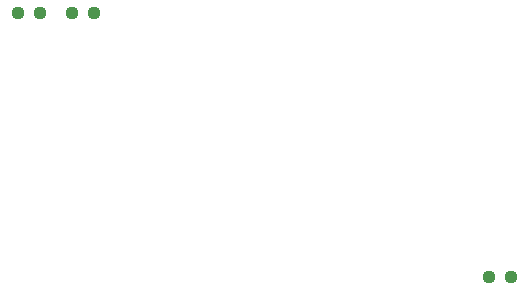
<source format=gtp>
G04 #@! TF.GenerationSoftware,KiCad,Pcbnew,6.0.2-378541a8eb~116~ubuntu20.04.1*
G04 #@! TF.CreationDate,2022-02-14T16:30:41-08:00*
G04 #@! TF.ProjectId,Air_Bearing_PCB,4169725f-4265-4617-9269-6e675f504342,rev?*
G04 #@! TF.SameCoordinates,Original*
G04 #@! TF.FileFunction,Paste,Top*
G04 #@! TF.FilePolarity,Positive*
%FSLAX46Y46*%
G04 Gerber Fmt 4.6, Leading zero omitted, Abs format (unit mm)*
G04 Created by KiCad (PCBNEW 6.0.2-378541a8eb~116~ubuntu20.04.1) date 2022-02-14 16:30:41*
%MOMM*%
%LPD*%
G01*
G04 APERTURE LIST*
G04 Aperture macros list*
%AMRoundRect*
0 Rectangle with rounded corners*
0 $1 Rounding radius*
0 $2 $3 $4 $5 $6 $7 $8 $9 X,Y pos of 4 corners*
0 Add a 4 corners polygon primitive as box body*
4,1,4,$2,$3,$4,$5,$6,$7,$8,$9,$2,$3,0*
0 Add four circle primitives for the rounded corners*
1,1,$1+$1,$2,$3*
1,1,$1+$1,$4,$5*
1,1,$1+$1,$6,$7*
1,1,$1+$1,$8,$9*
0 Add four rect primitives between the rounded corners*
20,1,$1+$1,$2,$3,$4,$5,0*
20,1,$1+$1,$4,$5,$6,$7,0*
20,1,$1+$1,$6,$7,$8,$9,0*
20,1,$1+$1,$8,$9,$2,$3,0*%
G04 Aperture macros list end*
%ADD10RoundRect,0.237500X-0.250000X-0.237500X0.250000X-0.237500X0.250000X0.237500X-0.250000X0.237500X0*%
%ADD11RoundRect,0.237500X0.250000X0.237500X-0.250000X0.237500X-0.250000X-0.237500X0.250000X-0.237500X0*%
G04 APERTURE END LIST*
D10*
G04 #@! TO.C,R2*
X130405500Y-78105000D03*
X132230500Y-78105000D03*
G04 #@! TD*
G04 #@! TO.C,R3*
X170283500Y-100457000D03*
X172108500Y-100457000D03*
G04 #@! TD*
D11*
G04 #@! TO.C,R1*
X136802500Y-78105000D03*
X134977500Y-78105000D03*
G04 #@! TD*
M02*

</source>
